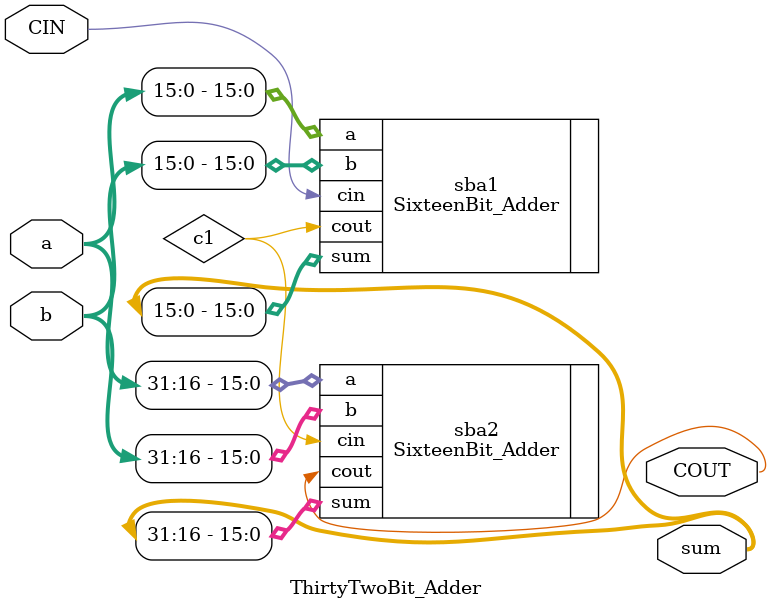
<source format=v>
`timescale 1ns / 1ps


module ThirtyTwoBit_Adder(input[31:0] a,b, output [31:0] sum, input CIN, output COUT);
wire c1;
SixteenBit_Adder sba1(.a(a[15:0]),.b(b[15:0]),  .cin(CIN), .sum(sum[15:0]),  .cout(c1));
SixteenBit_Adder sba2(.a(a[31:16]),.b(b[31:16]),  .cin(c1),  .sum(sum[31:16]), .cout(COUT));

endmodule

</source>
